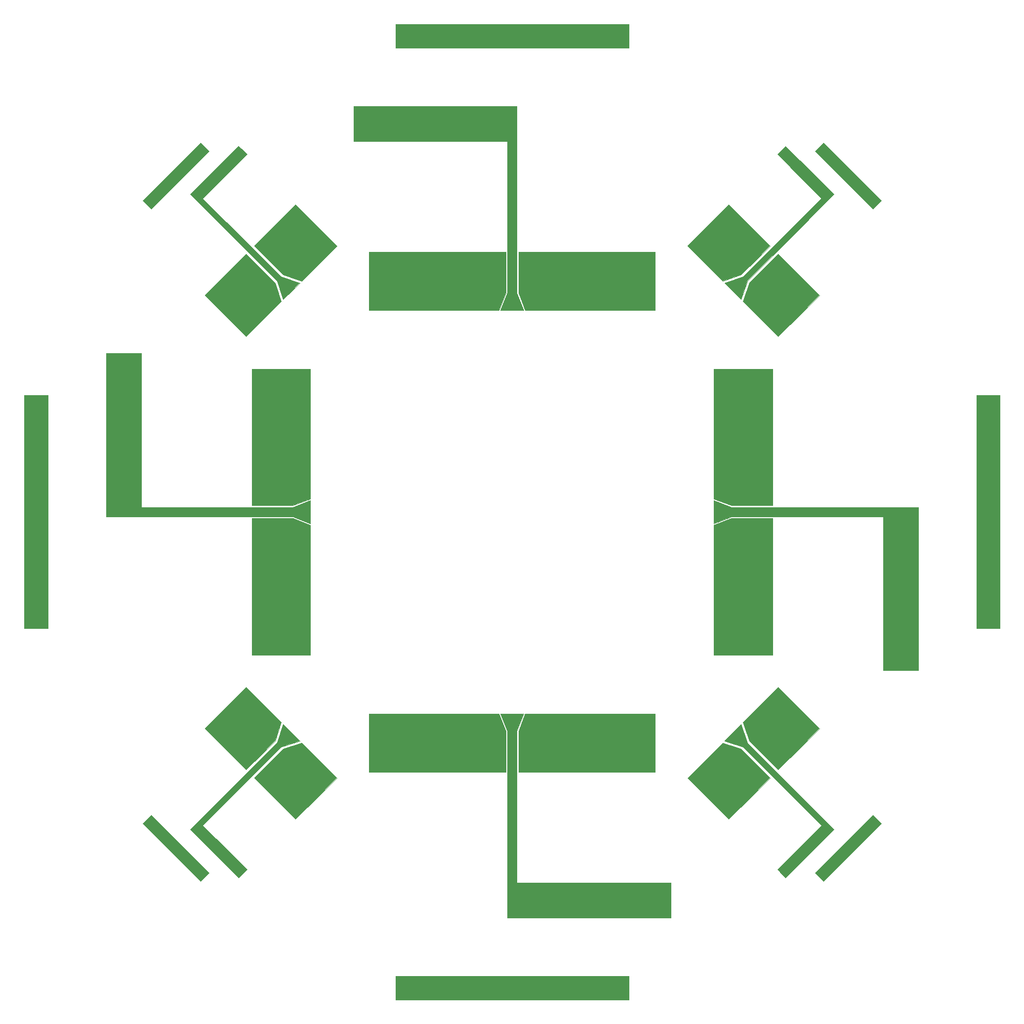
<source format=gbr>
%TF.GenerationSoftware,KiCad,Pcbnew,5.99.0-unknown-6296b4e~102~ubuntu18.04.1*%
%TF.CreationDate,2020-07-17T11:30:15-05:00*%
%TF.ProjectId,FlatAnt4x4,466c6174-416e-4743-9478-342e6b696361,rev?*%
%TF.SameCoordinates,Original*%
%TF.FileFunction,Copper,L1,Top*%
%TF.FilePolarity,Positive*%
%FSLAX46Y46*%
G04 Gerber Fmt 4.6, Leading zero omitted, Abs format (unit mm)*
G04 Created by KiCad (PCBNEW 5.99.0-unknown-6296b4e~102~ubuntu18.04.1) date 2020-07-17 11:30:15*
%MOMM*%
%LPD*%
G01*
G04 APERTURE LIST*
%TA.AperFunction,EtchedComponent*%
%ADD10C,0.000100*%
%TD*%
%TA.AperFunction,ComponentPad*%
%ADD11C,1.524000*%
%TD*%
G04 APERTURE END LIST*
%TO.C,REF\u002A\u002A*%
G36*
X44409724Y-120054742D02*
G01*
X43349064Y-123236723D01*
X38399316Y-128186470D01*
X31328249Y-121115402D01*
X38399316Y-114044334D01*
X44409724Y-120054742D01*
G37*
D10*
X44409724Y-120054742D02*
X43349064Y-123236723D01*
X38399316Y-128186470D01*
X31328249Y-121115402D01*
X38399316Y-114044334D01*
X44409724Y-120054742D01*
G36*
X53955666Y-129600684D02*
G01*
X46884598Y-136671751D01*
X39813530Y-129600684D01*
X44763277Y-124650936D01*
X47945258Y-123590276D01*
X53955666Y-129600684D01*
G37*
X53955666Y-129600684D02*
X46884598Y-136671751D01*
X39813530Y-129600684D01*
X44763277Y-124650936D01*
X47945258Y-123590276D01*
X53955666Y-129600684D01*
G36*
X47591705Y-123236723D02*
G01*
X44409724Y-124297383D01*
X30974695Y-137732412D01*
X38540738Y-145298454D01*
X37126524Y-146712668D01*
X28835697Y-138421841D01*
X43702617Y-123590276D01*
X44763277Y-120408295D01*
X47591705Y-123236723D01*
G37*
X47591705Y-123236723D02*
X44409724Y-124297383D01*
X30974695Y-137732412D01*
X38540738Y-145298454D01*
X37126524Y-146712668D01*
X28835697Y-138421841D01*
X43702617Y-123590276D01*
X44763277Y-120408295D01*
X47591705Y-123236723D01*
G36*
X32038776Y-145860719D02*
G01*
X30624562Y-147274933D01*
X20725067Y-137375438D01*
X22139281Y-135961224D01*
X32038776Y-145860719D01*
G37*
X32038776Y-145860719D02*
X30624562Y-147274933D01*
X20725067Y-137375438D01*
X22139281Y-135961224D01*
X32038776Y-145860719D01*
G36*
X53955666Y-38399316D02*
G01*
X47945258Y-44409724D01*
X44763277Y-43349064D01*
X39813530Y-38399316D01*
X46884598Y-31328249D01*
X53955666Y-38399316D01*
G37*
X53955666Y-38399316D02*
X47945258Y-44409724D01*
X44763277Y-43349064D01*
X39813530Y-38399316D01*
X46884598Y-31328249D01*
X53955666Y-38399316D01*
G36*
X43349064Y-44763277D02*
G01*
X44409724Y-47945258D01*
X38399316Y-53955666D01*
X31328249Y-46884598D01*
X38399316Y-39813530D01*
X43349064Y-44763277D01*
G37*
X43349064Y-44763277D02*
X44409724Y-47945258D01*
X38399316Y-53955666D01*
X31328249Y-46884598D01*
X38399316Y-39813530D01*
X43349064Y-44763277D01*
G36*
X38540738Y-22701546D02*
G01*
X30974695Y-30267588D01*
X44409724Y-43702617D01*
X47591705Y-44763277D01*
X44763277Y-47591705D01*
X43702617Y-44409724D01*
X28835697Y-29578159D01*
X37126524Y-21287332D01*
X38540738Y-22701546D01*
G37*
X38540738Y-22701546D02*
X30974695Y-30267588D01*
X44409724Y-43702617D01*
X47591705Y-44763277D01*
X44763277Y-47591705D01*
X43702617Y-44409724D01*
X28835697Y-29578159D01*
X37126524Y-21287332D01*
X38540738Y-22701546D01*
G36*
X32038776Y-22139281D02*
G01*
X22139281Y-32038776D01*
X20725067Y-30624562D01*
X30624562Y-20725067D01*
X32038776Y-22139281D01*
G37*
X32038776Y-22139281D02*
X22139281Y-32038776D01*
X20725067Y-30624562D01*
X30624562Y-20725067D01*
X32038776Y-22139281D01*
G36*
X136671751Y-46884598D02*
G01*
X129600684Y-53955666D01*
X123590276Y-47945258D01*
X124650936Y-44763277D01*
X129600684Y-39813530D01*
X136671751Y-46884598D01*
G37*
X136671751Y-46884598D02*
X129600684Y-53955666D01*
X123590276Y-47945258D01*
X124650936Y-44763277D01*
X129600684Y-39813530D01*
X136671751Y-46884598D01*
G36*
X128186470Y-38399316D02*
G01*
X123236723Y-43349064D01*
X120054742Y-44409724D01*
X114044334Y-38399316D01*
X121115402Y-31328249D01*
X128186470Y-38399316D01*
G37*
X128186470Y-38399316D02*
X123236723Y-43349064D01*
X120054742Y-44409724D01*
X114044334Y-38399316D01*
X121115402Y-31328249D01*
X128186470Y-38399316D01*
G36*
X139164303Y-29578159D02*
G01*
X124297383Y-44409724D01*
X123236723Y-47591705D01*
X120408295Y-44763277D01*
X123590276Y-43702617D01*
X137025305Y-30267588D01*
X129459262Y-22701546D01*
X130873476Y-21287332D01*
X139164303Y-29578159D01*
G37*
X139164303Y-29578159D02*
X124297383Y-44409724D01*
X123236723Y-47591705D01*
X120408295Y-44763277D01*
X123590276Y-43702617D01*
X137025305Y-30267588D01*
X129459262Y-22701546D01*
X130873476Y-21287332D01*
X139164303Y-29578159D01*
G36*
X147274933Y-30624562D02*
G01*
X145860719Y-32038776D01*
X135961224Y-22139281D01*
X137375438Y-20725067D01*
X147274933Y-30624562D01*
G37*
X147274933Y-30624562D02*
X145860719Y-32038776D01*
X135961224Y-22139281D01*
X137375438Y-20725067D01*
X147274933Y-30624562D01*
G36*
X167600000Y-104000000D02*
G01*
X163600000Y-104000000D01*
X163600000Y-64000000D01*
X167600000Y-64000000D01*
X167600000Y-104000000D01*
G37*
X167600000Y-104000000D02*
X163600000Y-104000000D01*
X163600000Y-64000000D01*
X167600000Y-64000000D01*
X167600000Y-104000000D01*
G36*
X121600000Y-83200000D02*
G01*
X153600000Y-83200000D01*
X153600000Y-111200000D01*
X147600000Y-111200000D01*
X147600000Y-84800000D01*
X121600000Y-84800000D01*
X118600000Y-86000000D01*
X118600000Y-82000000D01*
X121600000Y-83200000D01*
G37*
X121600000Y-83200000D02*
X153600000Y-83200000D01*
X153600000Y-111200000D01*
X147600000Y-111200000D01*
X147600000Y-84800000D01*
X121600000Y-84800000D01*
X118600000Y-86000000D01*
X118600000Y-82000000D01*
X121600000Y-83200000D01*
G36*
X128600000Y-82900000D02*
G01*
X121600000Y-82900000D01*
X118600000Y-81750000D01*
X118600000Y-59500000D01*
X128600000Y-59500000D01*
X128600000Y-82900000D01*
G37*
X128600000Y-82900000D02*
X121600000Y-82900000D01*
X118600000Y-81750000D01*
X118600000Y-59500000D01*
X128600000Y-59500000D01*
X128600000Y-82900000D01*
G36*
X128600000Y-108500000D02*
G01*
X118600000Y-108500000D01*
X118600000Y-86250000D01*
X121600000Y-85100000D01*
X128600000Y-85100000D01*
X128600000Y-108500000D01*
G37*
X128600000Y-108500000D02*
X118600000Y-108500000D01*
X118600000Y-86250000D01*
X121600000Y-85100000D01*
X128600000Y-85100000D01*
X128600000Y-108500000D01*
G36*
X104000000Y-4450000D02*
G01*
X64000000Y-4450000D01*
X64000000Y-450000D01*
X104000000Y-450000D01*
X104000000Y-4450000D01*
G37*
X104000000Y-4450000D02*
X64000000Y-4450000D01*
X64000000Y-450000D01*
X104000000Y-450000D01*
X104000000Y-4450000D01*
G36*
X84800000Y-46450000D02*
G01*
X86000000Y-49450000D01*
X82000000Y-49450000D01*
X83200000Y-46450000D01*
X83200000Y-20450000D01*
X56800000Y-20450000D01*
X56800000Y-14450000D01*
X84800000Y-14450000D01*
X84800000Y-46450000D01*
G37*
X84800000Y-46450000D02*
X86000000Y-49450000D01*
X82000000Y-49450000D01*
X83200000Y-46450000D01*
X83200000Y-20450000D01*
X56800000Y-20450000D01*
X56800000Y-14450000D01*
X84800000Y-14450000D01*
X84800000Y-46450000D01*
G36*
X82900000Y-46450000D02*
G01*
X81750000Y-49450000D01*
X59500000Y-49450000D01*
X59500000Y-39450000D01*
X82900000Y-39450000D01*
X82900000Y-46450000D01*
G37*
X82900000Y-46450000D02*
X81750000Y-49450000D01*
X59500000Y-49450000D01*
X59500000Y-39450000D01*
X82900000Y-39450000D01*
X82900000Y-46450000D01*
G36*
X108500000Y-49450000D02*
G01*
X86250000Y-49450000D01*
X85100000Y-46450000D01*
X85100000Y-39450000D01*
X108500000Y-39450000D01*
X108500000Y-49450000D01*
G37*
X108500000Y-49450000D02*
X86250000Y-49450000D01*
X85100000Y-46450000D01*
X85100000Y-39450000D01*
X108500000Y-39450000D01*
X108500000Y-49450000D01*
G36*
X123236723Y-124650936D02*
G01*
X128186470Y-129600684D01*
X121115402Y-136671751D01*
X114044334Y-129600684D01*
X120054742Y-123590276D01*
X123236723Y-124650936D01*
G37*
X123236723Y-124650936D02*
X128186470Y-129600684D01*
X121115402Y-136671751D01*
X114044334Y-129600684D01*
X120054742Y-123590276D01*
X123236723Y-124650936D01*
G36*
X136671751Y-121115402D02*
G01*
X129600684Y-128186470D01*
X124650936Y-123236723D01*
X123590276Y-120054742D01*
X129600684Y-114044334D01*
X136671751Y-121115402D01*
G37*
X136671751Y-121115402D02*
X129600684Y-128186470D01*
X124650936Y-123236723D01*
X123590276Y-120054742D01*
X129600684Y-114044334D01*
X136671751Y-121115402D01*
G36*
X124297383Y-123590276D02*
G01*
X139164303Y-138421841D01*
X130873476Y-146712668D01*
X129459262Y-145298454D01*
X137025305Y-137732412D01*
X123590276Y-124297383D01*
X120408295Y-123236723D01*
X123236723Y-120408295D01*
X124297383Y-123590276D01*
G37*
X124297383Y-123590276D02*
X139164303Y-138421841D01*
X130873476Y-146712668D01*
X129459262Y-145298454D01*
X137025305Y-137732412D01*
X123590276Y-124297383D01*
X120408295Y-123236723D01*
X123236723Y-120408295D01*
X124297383Y-123590276D01*
G36*
X147274933Y-137375438D02*
G01*
X137375438Y-147274933D01*
X135961224Y-145860719D01*
X145860719Y-135961224D01*
X147274933Y-137375438D01*
G37*
X147274933Y-137375438D02*
X137375438Y-147274933D01*
X135961224Y-145860719D01*
X145860719Y-135961224D01*
X147274933Y-137375438D01*
G36*
X4400000Y-104000000D02*
G01*
X400000Y-104000000D01*
X400000Y-64000000D01*
X4400000Y-64000000D01*
X4400000Y-104000000D01*
G37*
X4400000Y-104000000D02*
X400000Y-104000000D01*
X400000Y-64000000D01*
X4400000Y-64000000D01*
X4400000Y-104000000D01*
G36*
X20400000Y-83200000D02*
G01*
X46400000Y-83200000D01*
X49400000Y-82000000D01*
X49400000Y-86000000D01*
X46400000Y-84800000D01*
X14400000Y-84800000D01*
X14400000Y-56800000D01*
X20400000Y-56800000D01*
X20400000Y-83200000D01*
G37*
X20400000Y-83200000D02*
X46400000Y-83200000D01*
X49400000Y-82000000D01*
X49400000Y-86000000D01*
X46400000Y-84800000D01*
X14400000Y-84800000D01*
X14400000Y-56800000D01*
X20400000Y-56800000D01*
X20400000Y-83200000D01*
G36*
X49400000Y-86250000D02*
G01*
X49400000Y-108500000D01*
X39400000Y-108500000D01*
X39400000Y-85100000D01*
X46400000Y-85100000D01*
X49400000Y-86250000D01*
G37*
X49400000Y-86250000D02*
X49400000Y-108500000D01*
X39400000Y-108500000D01*
X39400000Y-85100000D01*
X46400000Y-85100000D01*
X49400000Y-86250000D01*
G36*
X49400000Y-81750000D02*
G01*
X46400000Y-82900000D01*
X39400000Y-82900000D01*
X39400000Y-59500000D01*
X49400000Y-59500000D01*
X49400000Y-81750000D01*
G37*
X49400000Y-81750000D02*
X46400000Y-82900000D01*
X39400000Y-82900000D01*
X39400000Y-59500000D01*
X49400000Y-59500000D01*
X49400000Y-81750000D01*
G36*
X104000000Y-167600000D02*
G01*
X64000000Y-167600000D01*
X64000000Y-163600000D01*
X104000000Y-163600000D01*
X104000000Y-167600000D01*
G37*
X104000000Y-167600000D02*
X64000000Y-167600000D01*
X64000000Y-163600000D01*
X104000000Y-163600000D01*
X104000000Y-167600000D01*
G36*
X84800000Y-121600000D02*
G01*
X84800000Y-147600000D01*
X111200000Y-147600000D01*
X111200000Y-153600000D01*
X83200000Y-153600000D01*
X83200000Y-121600000D01*
X82000000Y-118600000D01*
X86000000Y-118600000D01*
X84800000Y-121600000D01*
G37*
X84800000Y-121600000D02*
X84800000Y-147600000D01*
X111200000Y-147600000D01*
X111200000Y-153600000D01*
X83200000Y-153600000D01*
X83200000Y-121600000D01*
X82000000Y-118600000D01*
X86000000Y-118600000D01*
X84800000Y-121600000D01*
G36*
X108500000Y-128600000D02*
G01*
X85100000Y-128600000D01*
X85100000Y-121600000D01*
X86250000Y-118600000D01*
X108500000Y-118600000D01*
X108500000Y-128600000D01*
G37*
X108500000Y-128600000D02*
X85100000Y-128600000D01*
X85100000Y-121600000D01*
X86250000Y-118600000D01*
X108500000Y-118600000D01*
X108500000Y-128600000D01*
G36*
X82900000Y-121600000D02*
G01*
X82900000Y-128600000D01*
X59500000Y-128600000D01*
X59500000Y-118600000D01*
X81750000Y-118600000D01*
X82900000Y-121600000D01*
G37*
X82900000Y-121600000D02*
X82900000Y-128600000D01*
X59500000Y-128600000D01*
X59500000Y-118600000D01*
X81750000Y-118600000D01*
X82900000Y-121600000D01*
%TD*%
D11*
%TO.P,REF\u002A\u002A,1*%
%TO.N,N/C*%
X45435029Y-122564971D03*
%TD*%
%TO.P,REF\u002A\u002A,1*%
%TO.N,N/C*%
X45435029Y-45435029D03*
%TD*%
%TO.P,REF\u002A\u002A,1*%
%TO.N,N/C*%
X122564971Y-45435029D03*
%TD*%
%TO.P,REF\u002A\u002A,1*%
%TO.N,N/C*%
X119650000Y-84000000D03*
%TD*%
%TO.P,REF\u002A\u002A,1*%
%TO.N,N/C*%
X84000000Y-48400000D03*
%TD*%
%TO.P,REF\u002A\u002A,1*%
%TO.N,N/C*%
X122564971Y-122564971D03*
%TD*%
%TO.P,REF\u002A\u002A,1*%
%TO.N,N/C*%
X48350000Y-84000000D03*
%TD*%
%TO.P,REF\u002A\u002A,1*%
%TO.N,N/C*%
X84000000Y-119650000D03*
%TD*%
M02*

</source>
